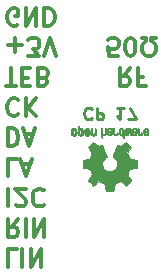
<source format=gbo>
G04 #@! TF.FileFunction,Legend,Bot*
%FSLAX46Y46*%
G04 Gerber Fmt 4.6, Leading zero omitted, Abs format (unit mm)*
G04 Created by KiCad (PCBNEW 4.0.6-e0-6349~52~ubuntu16.10.1) date Wed May  3 13:22:09 2017*
%MOMM*%
%LPD*%
G01*
G04 APERTURE LIST*
%ADD10C,0.100000*%
%ADD11C,0.250000*%
%ADD12C,0.300000*%
%ADD13C,0.010000*%
G04 APERTURE END LIST*
D10*
D11*
X130726191Y-92742857D02*
X130678572Y-92695238D01*
X130535715Y-92647619D01*
X130440477Y-92647619D01*
X130297619Y-92695238D01*
X130202381Y-92790476D01*
X130154762Y-92885714D01*
X130107143Y-93076190D01*
X130107143Y-93219048D01*
X130154762Y-93409524D01*
X130202381Y-93504762D01*
X130297619Y-93600000D01*
X130440477Y-93647619D01*
X130535715Y-93647619D01*
X130678572Y-93600000D01*
X130726191Y-93552381D01*
X131154762Y-92647619D02*
X131154762Y-93647619D01*
X131535715Y-93647619D01*
X131630953Y-93600000D01*
X131678572Y-93552381D01*
X131726191Y-93457143D01*
X131726191Y-93314286D01*
X131678572Y-93219048D01*
X131630953Y-93171429D01*
X131535715Y-93123810D01*
X131154762Y-93123810D01*
X133440477Y-92647619D02*
X132869048Y-92647619D01*
X133154762Y-92647619D02*
X133154762Y-93647619D01*
X133059524Y-93504762D01*
X132964286Y-93409524D01*
X132869048Y-93361905D01*
X133773810Y-93647619D02*
X134440477Y-93647619D01*
X134011905Y-92647619D01*
D12*
X133971429Y-89296429D02*
X133471429Y-90010714D01*
X133114286Y-89296429D02*
X133114286Y-90796429D01*
X133685714Y-90796429D01*
X133828572Y-90725000D01*
X133900000Y-90653571D01*
X133971429Y-90510714D01*
X133971429Y-90296429D01*
X133900000Y-90153571D01*
X133828572Y-90082143D01*
X133685714Y-90010714D01*
X133114286Y-90010714D01*
X135114286Y-90082143D02*
X134614286Y-90082143D01*
X134614286Y-89296429D02*
X134614286Y-90796429D01*
X135328572Y-90796429D01*
X132935715Y-88246429D02*
X132221429Y-88246429D01*
X132150000Y-87532143D01*
X132221429Y-87603571D01*
X132364286Y-87675000D01*
X132721429Y-87675000D01*
X132864286Y-87603571D01*
X132935715Y-87532143D01*
X133007143Y-87389286D01*
X133007143Y-87032143D01*
X132935715Y-86889286D01*
X132864286Y-86817857D01*
X132721429Y-86746429D01*
X132364286Y-86746429D01*
X132221429Y-86817857D01*
X132150000Y-86889286D01*
X133935714Y-88246429D02*
X134078571Y-88246429D01*
X134221428Y-88175000D01*
X134292857Y-88103571D01*
X134364286Y-87960714D01*
X134435714Y-87675000D01*
X134435714Y-87317857D01*
X134364286Y-87032143D01*
X134292857Y-86889286D01*
X134221428Y-86817857D01*
X134078571Y-86746429D01*
X133935714Y-86746429D01*
X133792857Y-86817857D01*
X133721428Y-86889286D01*
X133650000Y-87032143D01*
X133578571Y-87317857D01*
X133578571Y-87675000D01*
X133650000Y-87960714D01*
X133721428Y-88103571D01*
X133792857Y-88175000D01*
X133935714Y-88246429D01*
X135007142Y-86746429D02*
X135364285Y-86746429D01*
X135364285Y-87032143D01*
X135221428Y-87103571D01*
X135078571Y-87246429D01*
X135007142Y-87460714D01*
X135007142Y-87817857D01*
X135078571Y-88032143D01*
X135221428Y-88175000D01*
X135435714Y-88246429D01*
X135721428Y-88246429D01*
X135935714Y-88175000D01*
X136078571Y-88032143D01*
X136149999Y-87817857D01*
X136149999Y-87460714D01*
X136078571Y-87246429D01*
X135935714Y-87103571D01*
X135792857Y-87032143D01*
X135792857Y-86746429D01*
X136149999Y-86746429D01*
X124371429Y-104621429D02*
X123657143Y-104621429D01*
X123657143Y-106121429D01*
X124871429Y-104621429D02*
X124871429Y-106121429D01*
X125585715Y-104621429D02*
X125585715Y-106121429D01*
X126442858Y-104621429D01*
X126442858Y-106121429D01*
X124514286Y-102071429D02*
X124014286Y-102785714D01*
X123657143Y-102071429D02*
X123657143Y-103571429D01*
X124228571Y-103571429D01*
X124371429Y-103500000D01*
X124442857Y-103428571D01*
X124514286Y-103285714D01*
X124514286Y-103071429D01*
X124442857Y-102928571D01*
X124371429Y-102857143D01*
X124228571Y-102785714D01*
X123657143Y-102785714D01*
X125157143Y-102071429D02*
X125157143Y-103571429D01*
X125871429Y-102071429D02*
X125871429Y-103571429D01*
X126728572Y-102071429D01*
X126728572Y-103571429D01*
X123657143Y-99521429D02*
X123657143Y-101021429D01*
X124300000Y-100878571D02*
X124371429Y-100950000D01*
X124514286Y-101021429D01*
X124871429Y-101021429D01*
X125014286Y-100950000D01*
X125085715Y-100878571D01*
X125157143Y-100735714D01*
X125157143Y-100592857D01*
X125085715Y-100378571D01*
X124228572Y-99521429D01*
X125157143Y-99521429D01*
X126657143Y-99664286D02*
X126585714Y-99592857D01*
X126371428Y-99521429D01*
X126228571Y-99521429D01*
X126014286Y-99592857D01*
X125871428Y-99735714D01*
X125800000Y-99878571D01*
X125728571Y-100164286D01*
X125728571Y-100378571D01*
X125800000Y-100664286D01*
X125871428Y-100807143D01*
X126014286Y-100950000D01*
X126228571Y-101021429D01*
X126371428Y-101021429D01*
X126585714Y-100950000D01*
X126657143Y-100878571D01*
X124371429Y-96971429D02*
X123657143Y-96971429D01*
X123657143Y-98471429D01*
X124800000Y-97400000D02*
X125514286Y-97400000D01*
X124657143Y-96971429D02*
X125157143Y-98471429D01*
X125657143Y-96971429D01*
X123657143Y-94421429D02*
X123657143Y-95921429D01*
X124014286Y-95921429D01*
X124228571Y-95850000D01*
X124371429Y-95707143D01*
X124442857Y-95564286D01*
X124514286Y-95278571D01*
X124514286Y-95064286D01*
X124442857Y-94778571D01*
X124371429Y-94635714D01*
X124228571Y-94492857D01*
X124014286Y-94421429D01*
X123657143Y-94421429D01*
X125085714Y-94850000D02*
X125800000Y-94850000D01*
X124942857Y-94421429D02*
X125442857Y-95921429D01*
X125942857Y-94421429D01*
X124514286Y-92014286D02*
X124442857Y-91942857D01*
X124228571Y-91871429D01*
X124085714Y-91871429D01*
X123871429Y-91942857D01*
X123728571Y-92085714D01*
X123657143Y-92228571D01*
X123585714Y-92514286D01*
X123585714Y-92728571D01*
X123657143Y-93014286D01*
X123728571Y-93157143D01*
X123871429Y-93300000D01*
X124085714Y-93371429D01*
X124228571Y-93371429D01*
X124442857Y-93300000D01*
X124514286Y-93228571D01*
X125157143Y-91871429D02*
X125157143Y-93371429D01*
X126014286Y-91871429D02*
X125371429Y-92728571D01*
X126014286Y-93371429D02*
X125157143Y-92514286D01*
X123442857Y-90821429D02*
X124300000Y-90821429D01*
X123871429Y-89321429D02*
X123871429Y-90821429D01*
X124800000Y-90107143D02*
X125300000Y-90107143D01*
X125514286Y-89321429D02*
X124800000Y-89321429D01*
X124800000Y-90821429D01*
X125514286Y-90821429D01*
X126657143Y-90107143D02*
X126871429Y-90035714D01*
X126942857Y-89964286D01*
X127014286Y-89821429D01*
X127014286Y-89607143D01*
X126942857Y-89464286D01*
X126871429Y-89392857D01*
X126728571Y-89321429D01*
X126157143Y-89321429D01*
X126157143Y-90821429D01*
X126657143Y-90821429D01*
X126800000Y-90750000D01*
X126871429Y-90678571D01*
X126942857Y-90535714D01*
X126942857Y-90392857D01*
X126871429Y-90250000D01*
X126800000Y-90178571D01*
X126657143Y-90107143D01*
X126157143Y-90107143D01*
X123657143Y-87342857D02*
X124800000Y-87342857D01*
X124228571Y-86771429D02*
X124228571Y-87914286D01*
X125371429Y-88271429D02*
X126300000Y-88271429D01*
X125800000Y-87700000D01*
X126014286Y-87700000D01*
X126157143Y-87628571D01*
X126228572Y-87557143D01*
X126300000Y-87414286D01*
X126300000Y-87057143D01*
X126228572Y-86914286D01*
X126157143Y-86842857D01*
X126014286Y-86771429D01*
X125585714Y-86771429D01*
X125442857Y-86842857D01*
X125371429Y-86914286D01*
X126728571Y-88271429D02*
X127228571Y-86771429D01*
X127728571Y-88271429D01*
X124442857Y-85650000D02*
X124300000Y-85721429D01*
X124085714Y-85721429D01*
X123871429Y-85650000D01*
X123728571Y-85507143D01*
X123657143Y-85364286D01*
X123585714Y-85078571D01*
X123585714Y-84864286D01*
X123657143Y-84578571D01*
X123728571Y-84435714D01*
X123871429Y-84292857D01*
X124085714Y-84221429D01*
X124228571Y-84221429D01*
X124442857Y-84292857D01*
X124514286Y-84364286D01*
X124514286Y-84864286D01*
X124228571Y-84864286D01*
X125157143Y-84221429D02*
X125157143Y-85721429D01*
X126014286Y-84221429D01*
X126014286Y-85721429D01*
X126728572Y-84221429D02*
X126728572Y-85721429D01*
X127085715Y-85721429D01*
X127300000Y-85650000D01*
X127442858Y-85507143D01*
X127514286Y-85364286D01*
X127585715Y-85078571D01*
X127585715Y-84864286D01*
X127514286Y-84578571D01*
X127442858Y-84435714D01*
X127300000Y-84292857D01*
X127085715Y-84221429D01*
X126728572Y-84221429D01*
D13*
G36*
X129849744Y-95030082D02*
X129905201Y-95002432D01*
X129954148Y-94951520D01*
X129967629Y-94932662D01*
X129982314Y-94907985D01*
X129991842Y-94881184D01*
X129997293Y-94845413D01*
X129999747Y-94793831D01*
X130000286Y-94725733D01*
X129997852Y-94632412D01*
X129989394Y-94562343D01*
X129973174Y-94510069D01*
X129947454Y-94470131D01*
X129910497Y-94437071D01*
X129907782Y-94435114D01*
X129871360Y-94415092D01*
X129827502Y-94405185D01*
X129771724Y-94402743D01*
X129681048Y-94402743D01*
X129681010Y-94314717D01*
X129680166Y-94265692D01*
X129675024Y-94236935D01*
X129661587Y-94219689D01*
X129635858Y-94205192D01*
X129629679Y-94202231D01*
X129600764Y-94188352D01*
X129578376Y-94179586D01*
X129561729Y-94178829D01*
X129550036Y-94188977D01*
X129542510Y-94212927D01*
X129538366Y-94253574D01*
X129536815Y-94313814D01*
X129537071Y-94396545D01*
X129538349Y-94504661D01*
X129538748Y-94537000D01*
X129540185Y-94648476D01*
X129541472Y-94721397D01*
X129680971Y-94721397D01*
X129681755Y-94659501D01*
X129685240Y-94619003D01*
X129693124Y-94592292D01*
X129707105Y-94571756D01*
X129716597Y-94561740D01*
X129755404Y-94532433D01*
X129789763Y-94530048D01*
X129825216Y-94554250D01*
X129826114Y-94555143D01*
X129840539Y-94573847D01*
X129849313Y-94599268D01*
X129853739Y-94638416D01*
X129855118Y-94698303D01*
X129855143Y-94711570D01*
X129851812Y-94794099D01*
X129840969Y-94851309D01*
X129821340Y-94886234D01*
X129791650Y-94901906D01*
X129774491Y-94903486D01*
X129733766Y-94896074D01*
X129705832Y-94871670D01*
X129689017Y-94827020D01*
X129681650Y-94758870D01*
X129680971Y-94721397D01*
X129541472Y-94721397D01*
X129541708Y-94734755D01*
X129543677Y-94799667D01*
X129546450Y-94847042D01*
X129550388Y-94880710D01*
X129555849Y-94904502D01*
X129563192Y-94922247D01*
X129572777Y-94937776D01*
X129576887Y-94943619D01*
X129631405Y-94998815D01*
X129700336Y-95030110D01*
X129780072Y-95038835D01*
X129849744Y-95030082D01*
X129849744Y-95030082D01*
G37*
X129849744Y-95030082D02*
X129905201Y-95002432D01*
X129954148Y-94951520D01*
X129967629Y-94932662D01*
X129982314Y-94907985D01*
X129991842Y-94881184D01*
X129997293Y-94845413D01*
X129999747Y-94793831D01*
X130000286Y-94725733D01*
X129997852Y-94632412D01*
X129989394Y-94562343D01*
X129973174Y-94510069D01*
X129947454Y-94470131D01*
X129910497Y-94437071D01*
X129907782Y-94435114D01*
X129871360Y-94415092D01*
X129827502Y-94405185D01*
X129771724Y-94402743D01*
X129681048Y-94402743D01*
X129681010Y-94314717D01*
X129680166Y-94265692D01*
X129675024Y-94236935D01*
X129661587Y-94219689D01*
X129635858Y-94205192D01*
X129629679Y-94202231D01*
X129600764Y-94188352D01*
X129578376Y-94179586D01*
X129561729Y-94178829D01*
X129550036Y-94188977D01*
X129542510Y-94212927D01*
X129538366Y-94253574D01*
X129536815Y-94313814D01*
X129537071Y-94396545D01*
X129538349Y-94504661D01*
X129538748Y-94537000D01*
X129540185Y-94648476D01*
X129541472Y-94721397D01*
X129680971Y-94721397D01*
X129681755Y-94659501D01*
X129685240Y-94619003D01*
X129693124Y-94592292D01*
X129707105Y-94571756D01*
X129716597Y-94561740D01*
X129755404Y-94532433D01*
X129789763Y-94530048D01*
X129825216Y-94554250D01*
X129826114Y-94555143D01*
X129840539Y-94573847D01*
X129849313Y-94599268D01*
X129853739Y-94638416D01*
X129855118Y-94698303D01*
X129855143Y-94711570D01*
X129851812Y-94794099D01*
X129840969Y-94851309D01*
X129821340Y-94886234D01*
X129791650Y-94901906D01*
X129774491Y-94903486D01*
X129733766Y-94896074D01*
X129705832Y-94871670D01*
X129689017Y-94827020D01*
X129681650Y-94758870D01*
X129680971Y-94721397D01*
X129541472Y-94721397D01*
X129541708Y-94734755D01*
X129543677Y-94799667D01*
X129546450Y-94847042D01*
X129550388Y-94880710D01*
X129555849Y-94904502D01*
X129563192Y-94922247D01*
X129572777Y-94937776D01*
X129576887Y-94943619D01*
X129631405Y-94998815D01*
X129700336Y-95030110D01*
X129780072Y-95038835D01*
X129849744Y-95030082D01*
G36*
X130966093Y-95022220D02*
X131012672Y-94995277D01*
X131045057Y-94968534D01*
X131068742Y-94940516D01*
X131085059Y-94906252D01*
X131095339Y-94860773D01*
X131100914Y-94799108D01*
X131103116Y-94716289D01*
X131103371Y-94656754D01*
X131103371Y-94437609D01*
X131041686Y-94409956D01*
X130980000Y-94382303D01*
X130972743Y-94622330D01*
X130969744Y-94711972D01*
X130966598Y-94777038D01*
X130962701Y-94821974D01*
X130957447Y-94851230D01*
X130950231Y-94869252D01*
X130940450Y-94880489D01*
X130937312Y-94882921D01*
X130889761Y-94901917D01*
X130841697Y-94894400D01*
X130813086Y-94874457D01*
X130801447Y-94860325D01*
X130793391Y-94841780D01*
X130788271Y-94813666D01*
X130785441Y-94770827D01*
X130784256Y-94708105D01*
X130784057Y-94642739D01*
X130784018Y-94560732D01*
X130782614Y-94502684D01*
X130777914Y-94463535D01*
X130767987Y-94438220D01*
X130750903Y-94421677D01*
X130724732Y-94408844D01*
X130689775Y-94395509D01*
X130651596Y-94380993D01*
X130656141Y-94638611D01*
X130657971Y-94731481D01*
X130660112Y-94800111D01*
X130663181Y-94849289D01*
X130667794Y-94883802D01*
X130674568Y-94908438D01*
X130684119Y-94927984D01*
X130695634Y-94945230D01*
X130751190Y-95000320D01*
X130818980Y-95032178D01*
X130892713Y-95039809D01*
X130966093Y-95022220D01*
X130966093Y-95022220D01*
G37*
X130966093Y-95022220D02*
X131012672Y-94995277D01*
X131045057Y-94968534D01*
X131068742Y-94940516D01*
X131085059Y-94906252D01*
X131095339Y-94860773D01*
X131100914Y-94799108D01*
X131103116Y-94716289D01*
X131103371Y-94656754D01*
X131103371Y-94437609D01*
X131041686Y-94409956D01*
X130980000Y-94382303D01*
X130972743Y-94622330D01*
X130969744Y-94711972D01*
X130966598Y-94777038D01*
X130962701Y-94821974D01*
X130957447Y-94851230D01*
X130950231Y-94869252D01*
X130940450Y-94880489D01*
X130937312Y-94882921D01*
X130889761Y-94901917D01*
X130841697Y-94894400D01*
X130813086Y-94874457D01*
X130801447Y-94860325D01*
X130793391Y-94841780D01*
X130788271Y-94813666D01*
X130785441Y-94770827D01*
X130784256Y-94708105D01*
X130784057Y-94642739D01*
X130784018Y-94560732D01*
X130782614Y-94502684D01*
X130777914Y-94463535D01*
X130767987Y-94438220D01*
X130750903Y-94421677D01*
X130724732Y-94408844D01*
X130689775Y-94395509D01*
X130651596Y-94380993D01*
X130656141Y-94638611D01*
X130657971Y-94731481D01*
X130660112Y-94800111D01*
X130663181Y-94849289D01*
X130667794Y-94883802D01*
X130674568Y-94908438D01*
X130684119Y-94927984D01*
X130695634Y-94945230D01*
X130751190Y-95000320D01*
X130818980Y-95032178D01*
X130892713Y-95039809D01*
X130966093Y-95022220D01*
G36*
X129291115Y-95028038D02*
X129359145Y-94992267D01*
X129409351Y-94934699D01*
X129427185Y-94897688D01*
X129441063Y-94842118D01*
X129448167Y-94771904D01*
X129448840Y-94695273D01*
X129443427Y-94620448D01*
X129432270Y-94555658D01*
X129415714Y-94509127D01*
X129410626Y-94501113D01*
X129350355Y-94441293D01*
X129278769Y-94405465D01*
X129201092Y-94394980D01*
X129122548Y-94411190D01*
X129100689Y-94420908D01*
X129058122Y-94450857D01*
X129020763Y-94490567D01*
X129017232Y-94495603D01*
X129002881Y-94519876D01*
X128993394Y-94545822D01*
X128987790Y-94579978D01*
X128985086Y-94628881D01*
X128984299Y-94699065D01*
X128984286Y-94714800D01*
X128984322Y-94719808D01*
X129129429Y-94719808D01*
X129130273Y-94653570D01*
X129133596Y-94609614D01*
X129140583Y-94581221D01*
X129152416Y-94561675D01*
X129158457Y-94555143D01*
X129193186Y-94530320D01*
X129226903Y-94531452D01*
X129260995Y-94552984D01*
X129281329Y-94575971D01*
X129293371Y-94609522D01*
X129300134Y-94662431D01*
X129300598Y-94668601D01*
X129301752Y-94764487D01*
X129289688Y-94835701D01*
X129264570Y-94881806D01*
X129226560Y-94902365D01*
X129212992Y-94903486D01*
X129177364Y-94897848D01*
X129152994Y-94878314D01*
X129138093Y-94840958D01*
X129130875Y-94781850D01*
X129129429Y-94719808D01*
X128984322Y-94719808D01*
X128984826Y-94789587D01*
X128987096Y-94841841D01*
X128992068Y-94878051D01*
X129000713Y-94904701D01*
X129014005Y-94928278D01*
X129016943Y-94932662D01*
X129066313Y-94991751D01*
X129120109Y-95026053D01*
X129185602Y-95039669D01*
X129207842Y-95040335D01*
X129291115Y-95028038D01*
X129291115Y-95028038D01*
G37*
X129291115Y-95028038D02*
X129359145Y-94992267D01*
X129409351Y-94934699D01*
X129427185Y-94897688D01*
X129441063Y-94842118D01*
X129448167Y-94771904D01*
X129448840Y-94695273D01*
X129443427Y-94620448D01*
X129432270Y-94555658D01*
X129415714Y-94509127D01*
X129410626Y-94501113D01*
X129350355Y-94441293D01*
X129278769Y-94405465D01*
X129201092Y-94394980D01*
X129122548Y-94411190D01*
X129100689Y-94420908D01*
X129058122Y-94450857D01*
X129020763Y-94490567D01*
X129017232Y-94495603D01*
X129002881Y-94519876D01*
X128993394Y-94545822D01*
X128987790Y-94579978D01*
X128985086Y-94628881D01*
X128984299Y-94699065D01*
X128984286Y-94714800D01*
X128984322Y-94719808D01*
X129129429Y-94719808D01*
X129130273Y-94653570D01*
X129133596Y-94609614D01*
X129140583Y-94581221D01*
X129152416Y-94561675D01*
X129158457Y-94555143D01*
X129193186Y-94530320D01*
X129226903Y-94531452D01*
X129260995Y-94552984D01*
X129281329Y-94575971D01*
X129293371Y-94609522D01*
X129300134Y-94662431D01*
X129300598Y-94668601D01*
X129301752Y-94764487D01*
X129289688Y-94835701D01*
X129264570Y-94881806D01*
X129226560Y-94902365D01*
X129212992Y-94903486D01*
X129177364Y-94897848D01*
X129152994Y-94878314D01*
X129138093Y-94840958D01*
X129130875Y-94781850D01*
X129129429Y-94719808D01*
X128984322Y-94719808D01*
X128984826Y-94789587D01*
X128987096Y-94841841D01*
X128992068Y-94878051D01*
X129000713Y-94904701D01*
X129014005Y-94928278D01*
X129016943Y-94932662D01*
X129066313Y-94991751D01*
X129120109Y-95026053D01*
X129185602Y-95039669D01*
X129207842Y-95040335D01*
X129291115Y-95028038D01*
G36*
X130418303Y-95018761D02*
X130475527Y-94980265D01*
X130519749Y-94924665D01*
X130546167Y-94853914D01*
X130551510Y-94801838D01*
X130550903Y-94780107D01*
X130545822Y-94763469D01*
X130531855Y-94748563D01*
X130504589Y-94732027D01*
X130459612Y-94710502D01*
X130392511Y-94680626D01*
X130392171Y-94680476D01*
X130330407Y-94652187D01*
X130279759Y-94627067D01*
X130245404Y-94607821D01*
X130232518Y-94597152D01*
X130232514Y-94597066D01*
X130243872Y-94573834D01*
X130270431Y-94548226D01*
X130300923Y-94529779D01*
X130316370Y-94526114D01*
X130358515Y-94538788D01*
X130394808Y-94570529D01*
X130412517Y-94605428D01*
X130429552Y-94631155D01*
X130462922Y-94660454D01*
X130502149Y-94685765D01*
X130536756Y-94699529D01*
X130543993Y-94700286D01*
X130552139Y-94687840D01*
X130552630Y-94656028D01*
X130546643Y-94613134D01*
X130535357Y-94567442D01*
X130519950Y-94527239D01*
X130519171Y-94525678D01*
X130472804Y-94460938D01*
X130412711Y-94416903D01*
X130344465Y-94395289D01*
X130273638Y-94397815D01*
X130205804Y-94426196D01*
X130202788Y-94428192D01*
X130149427Y-94476552D01*
X130114340Y-94539648D01*
X130094922Y-94622613D01*
X130092316Y-94645922D01*
X130087701Y-94755945D01*
X130093233Y-94807252D01*
X130232514Y-94807252D01*
X130234324Y-94775247D01*
X130244222Y-94765907D01*
X130268898Y-94772895D01*
X130307795Y-94789413D01*
X130351275Y-94810119D01*
X130352356Y-94810667D01*
X130389209Y-94830051D01*
X130404000Y-94842987D01*
X130400353Y-94856549D01*
X130384995Y-94874368D01*
X130345923Y-94900155D01*
X130303846Y-94902050D01*
X130266103Y-94883283D01*
X130240034Y-94847085D01*
X130232514Y-94807252D01*
X130093233Y-94807252D01*
X130097194Y-94843973D01*
X130121550Y-94913788D01*
X130155456Y-94962698D01*
X130216653Y-95012122D01*
X130284063Y-95036641D01*
X130352880Y-95038203D01*
X130418303Y-95018761D01*
X130418303Y-95018761D01*
G37*
X130418303Y-95018761D02*
X130475527Y-94980265D01*
X130519749Y-94924665D01*
X130546167Y-94853914D01*
X130551510Y-94801838D01*
X130550903Y-94780107D01*
X130545822Y-94763469D01*
X130531855Y-94748563D01*
X130504589Y-94732027D01*
X130459612Y-94710502D01*
X130392511Y-94680626D01*
X130392171Y-94680476D01*
X130330407Y-94652187D01*
X130279759Y-94627067D01*
X130245404Y-94607821D01*
X130232518Y-94597152D01*
X130232514Y-94597066D01*
X130243872Y-94573834D01*
X130270431Y-94548226D01*
X130300923Y-94529779D01*
X130316370Y-94526114D01*
X130358515Y-94538788D01*
X130394808Y-94570529D01*
X130412517Y-94605428D01*
X130429552Y-94631155D01*
X130462922Y-94660454D01*
X130502149Y-94685765D01*
X130536756Y-94699529D01*
X130543993Y-94700286D01*
X130552139Y-94687840D01*
X130552630Y-94656028D01*
X130546643Y-94613134D01*
X130535357Y-94567442D01*
X130519950Y-94527239D01*
X130519171Y-94525678D01*
X130472804Y-94460938D01*
X130412711Y-94416903D01*
X130344465Y-94395289D01*
X130273638Y-94397815D01*
X130205804Y-94426196D01*
X130202788Y-94428192D01*
X130149427Y-94476552D01*
X130114340Y-94539648D01*
X130094922Y-94622613D01*
X130092316Y-94645922D01*
X130087701Y-94755945D01*
X130093233Y-94807252D01*
X130232514Y-94807252D01*
X130234324Y-94775247D01*
X130244222Y-94765907D01*
X130268898Y-94772895D01*
X130307795Y-94789413D01*
X130351275Y-94810119D01*
X130352356Y-94810667D01*
X130389209Y-94830051D01*
X130404000Y-94842987D01*
X130400353Y-94856549D01*
X130384995Y-94874368D01*
X130345923Y-94900155D01*
X130303846Y-94902050D01*
X130266103Y-94883283D01*
X130240034Y-94847085D01*
X130232514Y-94807252D01*
X130093233Y-94807252D01*
X130097194Y-94843973D01*
X130121550Y-94913788D01*
X130155456Y-94962698D01*
X130216653Y-95012122D01*
X130284063Y-95036641D01*
X130352880Y-95038203D01*
X130418303Y-95018761D01*
G36*
X131625886Y-95098711D02*
X131630139Y-95039387D01*
X131635025Y-95004428D01*
X131641795Y-94989180D01*
X131651702Y-94988985D01*
X131654914Y-94990805D01*
X131697644Y-95003985D01*
X131753227Y-95003215D01*
X131809737Y-94989667D01*
X131845082Y-94972139D01*
X131881321Y-94944139D01*
X131907813Y-94912451D01*
X131925999Y-94872187D01*
X131937322Y-94818457D01*
X131943222Y-94746374D01*
X131945143Y-94651049D01*
X131945177Y-94632763D01*
X131945200Y-94427354D01*
X131899491Y-94411420D01*
X131867027Y-94400580D01*
X131849215Y-94395532D01*
X131848691Y-94395486D01*
X131846937Y-94409172D01*
X131845444Y-94446924D01*
X131844326Y-94503776D01*
X131843697Y-94574766D01*
X131843600Y-94617927D01*
X131843398Y-94703027D01*
X131842358Y-94764019D01*
X131839831Y-94805823D01*
X131835164Y-94833358D01*
X131827707Y-94851544D01*
X131816811Y-94865302D01*
X131810007Y-94871927D01*
X131763272Y-94898625D01*
X131712272Y-94900625D01*
X131666001Y-94878045D01*
X131657444Y-94869893D01*
X131644893Y-94854564D01*
X131636188Y-94836382D01*
X131630631Y-94810091D01*
X131627526Y-94770438D01*
X131626176Y-94712168D01*
X131625886Y-94631827D01*
X131625886Y-94427354D01*
X131580177Y-94411420D01*
X131547713Y-94400580D01*
X131529901Y-94395532D01*
X131529377Y-94395486D01*
X131528037Y-94409377D01*
X131526828Y-94448561D01*
X131525801Y-94509300D01*
X131525002Y-94587859D01*
X131524481Y-94680502D01*
X131524286Y-94783491D01*
X131524286Y-95180658D01*
X131571457Y-95200556D01*
X131618629Y-95220453D01*
X131625886Y-95098711D01*
X131625886Y-95098711D01*
G37*
X131625886Y-95098711D02*
X131630139Y-95039387D01*
X131635025Y-95004428D01*
X131641795Y-94989180D01*
X131651702Y-94988985D01*
X131654914Y-94990805D01*
X131697644Y-95003985D01*
X131753227Y-95003215D01*
X131809737Y-94989667D01*
X131845082Y-94972139D01*
X131881321Y-94944139D01*
X131907813Y-94912451D01*
X131925999Y-94872187D01*
X131937322Y-94818457D01*
X131943222Y-94746374D01*
X131945143Y-94651049D01*
X131945177Y-94632763D01*
X131945200Y-94427354D01*
X131899491Y-94411420D01*
X131867027Y-94400580D01*
X131849215Y-94395532D01*
X131848691Y-94395486D01*
X131846937Y-94409172D01*
X131845444Y-94446924D01*
X131844326Y-94503776D01*
X131843697Y-94574766D01*
X131843600Y-94617927D01*
X131843398Y-94703027D01*
X131842358Y-94764019D01*
X131839831Y-94805823D01*
X131835164Y-94833358D01*
X131827707Y-94851544D01*
X131816811Y-94865302D01*
X131810007Y-94871927D01*
X131763272Y-94898625D01*
X131712272Y-94900625D01*
X131666001Y-94878045D01*
X131657444Y-94869893D01*
X131644893Y-94854564D01*
X131636188Y-94836382D01*
X131630631Y-94810091D01*
X131627526Y-94770438D01*
X131626176Y-94712168D01*
X131625886Y-94631827D01*
X131625886Y-94427354D01*
X131580177Y-94411420D01*
X131547713Y-94400580D01*
X131529901Y-94395532D01*
X131529377Y-94395486D01*
X131528037Y-94409377D01*
X131526828Y-94448561D01*
X131525801Y-94509300D01*
X131525002Y-94587859D01*
X131524481Y-94680502D01*
X131524286Y-94783491D01*
X131524286Y-95180658D01*
X131571457Y-95200556D01*
X131618629Y-95220453D01*
X131625886Y-95098711D01*
G36*
X132289744Y-94999032D02*
X132346616Y-94977913D01*
X132347267Y-94977507D01*
X132382440Y-94951620D01*
X132408407Y-94921367D01*
X132426670Y-94881942D01*
X132438732Y-94828538D01*
X132446096Y-94756349D01*
X132450264Y-94660568D01*
X132450629Y-94646922D01*
X132455876Y-94441158D01*
X132411716Y-94418322D01*
X132379763Y-94402890D01*
X132360470Y-94395577D01*
X132359578Y-94395486D01*
X132356239Y-94408978D01*
X132353587Y-94445374D01*
X132351956Y-94498548D01*
X132351600Y-94541607D01*
X132351592Y-94611359D01*
X132348403Y-94655163D01*
X132337288Y-94676056D01*
X132313501Y-94677075D01*
X132272296Y-94661259D01*
X132210086Y-94632185D01*
X132164341Y-94608037D01*
X132140813Y-94587087D01*
X132133896Y-94564253D01*
X132133886Y-94563123D01*
X132145299Y-94523788D01*
X132179092Y-94502538D01*
X132230809Y-94499461D01*
X132268061Y-94499994D01*
X132287703Y-94489265D01*
X132299952Y-94463495D01*
X132307002Y-94430663D01*
X132296842Y-94412034D01*
X132293017Y-94409368D01*
X132257001Y-94398660D01*
X132206566Y-94397144D01*
X132154626Y-94404241D01*
X132117822Y-94417212D01*
X132066938Y-94460415D01*
X132038014Y-94520554D01*
X132032286Y-94567538D01*
X132036657Y-94609918D01*
X132052475Y-94644512D01*
X132083797Y-94675237D01*
X132134678Y-94706010D01*
X132209176Y-94740748D01*
X132213714Y-94742712D01*
X132280821Y-94773713D01*
X132322232Y-94799138D01*
X132339981Y-94821986D01*
X132336107Y-94845255D01*
X132312643Y-94871944D01*
X132305627Y-94878086D01*
X132258630Y-94901900D01*
X132209933Y-94900897D01*
X132167522Y-94877549D01*
X132139384Y-94834325D01*
X132136769Y-94825840D01*
X132111308Y-94784692D01*
X132079001Y-94764872D01*
X132032286Y-94745230D01*
X132032286Y-94796050D01*
X132046496Y-94869918D01*
X132088675Y-94937673D01*
X132110624Y-94960339D01*
X132160517Y-94989431D01*
X132223967Y-95002600D01*
X132289744Y-94999032D01*
X132289744Y-94999032D01*
G37*
X132289744Y-94999032D02*
X132346616Y-94977913D01*
X132347267Y-94977507D01*
X132382440Y-94951620D01*
X132408407Y-94921367D01*
X132426670Y-94881942D01*
X132438732Y-94828538D01*
X132446096Y-94756349D01*
X132450264Y-94660568D01*
X132450629Y-94646922D01*
X132455876Y-94441158D01*
X132411716Y-94418322D01*
X132379763Y-94402890D01*
X132360470Y-94395577D01*
X132359578Y-94395486D01*
X132356239Y-94408978D01*
X132353587Y-94445374D01*
X132351956Y-94498548D01*
X132351600Y-94541607D01*
X132351592Y-94611359D01*
X132348403Y-94655163D01*
X132337288Y-94676056D01*
X132313501Y-94677075D01*
X132272296Y-94661259D01*
X132210086Y-94632185D01*
X132164341Y-94608037D01*
X132140813Y-94587087D01*
X132133896Y-94564253D01*
X132133886Y-94563123D01*
X132145299Y-94523788D01*
X132179092Y-94502538D01*
X132230809Y-94499461D01*
X132268061Y-94499994D01*
X132287703Y-94489265D01*
X132299952Y-94463495D01*
X132307002Y-94430663D01*
X132296842Y-94412034D01*
X132293017Y-94409368D01*
X132257001Y-94398660D01*
X132206566Y-94397144D01*
X132154626Y-94404241D01*
X132117822Y-94417212D01*
X132066938Y-94460415D01*
X132038014Y-94520554D01*
X132032286Y-94567538D01*
X132036657Y-94609918D01*
X132052475Y-94644512D01*
X132083797Y-94675237D01*
X132134678Y-94706010D01*
X132209176Y-94740748D01*
X132213714Y-94742712D01*
X132280821Y-94773713D01*
X132322232Y-94799138D01*
X132339981Y-94821986D01*
X132336107Y-94845255D01*
X132312643Y-94871944D01*
X132305627Y-94878086D01*
X132258630Y-94901900D01*
X132209933Y-94900897D01*
X132167522Y-94877549D01*
X132139384Y-94834325D01*
X132136769Y-94825840D01*
X132111308Y-94784692D01*
X132079001Y-94764872D01*
X132032286Y-94745230D01*
X132032286Y-94796050D01*
X132046496Y-94869918D01*
X132088675Y-94937673D01*
X132110624Y-94960339D01*
X132160517Y-94989431D01*
X132223967Y-95002600D01*
X132289744Y-94999032D01*
G36*
X132779926Y-95000245D02*
X132845858Y-94975916D01*
X132899273Y-94932883D01*
X132920164Y-94902591D01*
X132942939Y-94847006D01*
X132942466Y-94806814D01*
X132918562Y-94779783D01*
X132909717Y-94775187D01*
X132871530Y-94760856D01*
X132852028Y-94764528D01*
X132845422Y-94788593D01*
X132845086Y-94801886D01*
X132832992Y-94850790D01*
X132801471Y-94885001D01*
X132757659Y-94901524D01*
X132708695Y-94897366D01*
X132668894Y-94875773D01*
X132655450Y-94863456D01*
X132645921Y-94848513D01*
X132639485Y-94825925D01*
X132635317Y-94790672D01*
X132632597Y-94737734D01*
X132630502Y-94662093D01*
X132629960Y-94638143D01*
X132627981Y-94556210D01*
X132625731Y-94498545D01*
X132622357Y-94460392D01*
X132617006Y-94436996D01*
X132608824Y-94423602D01*
X132596959Y-94415455D01*
X132589362Y-94411856D01*
X132557102Y-94399548D01*
X132538111Y-94395486D01*
X132531836Y-94409052D01*
X132528006Y-94450066D01*
X132526600Y-94519001D01*
X132527598Y-94616331D01*
X132527908Y-94631343D01*
X132530101Y-94720141D01*
X132532693Y-94784981D01*
X132536382Y-94830933D01*
X132541864Y-94863065D01*
X132549835Y-94886447D01*
X132560993Y-94906148D01*
X132566830Y-94914590D01*
X132600296Y-94951943D01*
X132637727Y-94980997D01*
X132642309Y-94983533D01*
X132709426Y-95003557D01*
X132779926Y-95000245D01*
X132779926Y-95000245D01*
G37*
X132779926Y-95000245D02*
X132845858Y-94975916D01*
X132899273Y-94932883D01*
X132920164Y-94902591D01*
X132942939Y-94847006D01*
X132942466Y-94806814D01*
X132918562Y-94779783D01*
X132909717Y-94775187D01*
X132871530Y-94760856D01*
X132852028Y-94764528D01*
X132845422Y-94788593D01*
X132845086Y-94801886D01*
X132832992Y-94850790D01*
X132801471Y-94885001D01*
X132757659Y-94901524D01*
X132708695Y-94897366D01*
X132668894Y-94875773D01*
X132655450Y-94863456D01*
X132645921Y-94848513D01*
X132639485Y-94825925D01*
X132635317Y-94790672D01*
X132632597Y-94737734D01*
X132630502Y-94662093D01*
X132629960Y-94638143D01*
X132627981Y-94556210D01*
X132625731Y-94498545D01*
X132622357Y-94460392D01*
X132617006Y-94436996D01*
X132608824Y-94423602D01*
X132596959Y-94415455D01*
X132589362Y-94411856D01*
X132557102Y-94399548D01*
X132538111Y-94395486D01*
X132531836Y-94409052D01*
X132528006Y-94450066D01*
X132526600Y-94519001D01*
X132527598Y-94616331D01*
X132527908Y-94631343D01*
X132530101Y-94720141D01*
X132532693Y-94784981D01*
X132536382Y-94830933D01*
X132541864Y-94863065D01*
X132549835Y-94886447D01*
X132560993Y-94906148D01*
X132566830Y-94914590D01*
X132600296Y-94951943D01*
X132637727Y-94980997D01*
X132642309Y-94983533D01*
X132709426Y-95003557D01*
X132779926Y-95000245D01*
G36*
X133440117Y-94884642D02*
X133439933Y-94776163D01*
X133439219Y-94692713D01*
X133437675Y-94630296D01*
X133435001Y-94584915D01*
X133430894Y-94552571D01*
X133425055Y-94529267D01*
X133417182Y-94511005D01*
X133411221Y-94500582D01*
X133361855Y-94444055D01*
X133299264Y-94408623D01*
X133230013Y-94395910D01*
X133160668Y-94407537D01*
X133119375Y-94428432D01*
X133076025Y-94464578D01*
X133046481Y-94508724D01*
X133028655Y-94566538D01*
X133020463Y-94643687D01*
X133019302Y-94700286D01*
X133019458Y-94704353D01*
X133120857Y-94704353D01*
X133121476Y-94639450D01*
X133124314Y-94596486D01*
X133130840Y-94568378D01*
X133142523Y-94548047D01*
X133156483Y-94532712D01*
X133203365Y-94503110D01*
X133253701Y-94500581D01*
X133301276Y-94525295D01*
X133304979Y-94528644D01*
X133320783Y-94546065D01*
X133330693Y-94566791D01*
X133336058Y-94597638D01*
X133338228Y-94645423D01*
X133338571Y-94698252D01*
X133337827Y-94764619D01*
X133334748Y-94808894D01*
X133328061Y-94837991D01*
X133316496Y-94858827D01*
X133307013Y-94869893D01*
X133262960Y-94897802D01*
X133212224Y-94901157D01*
X133163796Y-94879841D01*
X133154450Y-94871927D01*
X133138540Y-94854353D01*
X133128610Y-94833413D01*
X133123278Y-94802218D01*
X133121163Y-94753878D01*
X133120857Y-94704353D01*
X133019458Y-94704353D01*
X133022810Y-94791432D01*
X133034726Y-94859914D01*
X133057135Y-94911400D01*
X133092124Y-94951557D01*
X133119375Y-94972139D01*
X133168907Y-94994375D01*
X133226316Y-95004696D01*
X133279682Y-95001933D01*
X133309543Y-94990788D01*
X133321261Y-94987617D01*
X133329037Y-94999443D01*
X133334465Y-95031134D01*
X133338571Y-95079407D01*
X133343067Y-95133171D01*
X133349313Y-95165518D01*
X133360676Y-95184015D01*
X133380528Y-95196230D01*
X133393000Y-95201638D01*
X133440171Y-95221399D01*
X133440117Y-94884642D01*
X133440117Y-94884642D01*
G37*
X133440117Y-94884642D02*
X133439933Y-94776163D01*
X133439219Y-94692713D01*
X133437675Y-94630296D01*
X133435001Y-94584915D01*
X133430894Y-94552571D01*
X133425055Y-94529267D01*
X133417182Y-94511005D01*
X133411221Y-94500582D01*
X133361855Y-94444055D01*
X133299264Y-94408623D01*
X133230013Y-94395910D01*
X133160668Y-94407537D01*
X133119375Y-94428432D01*
X133076025Y-94464578D01*
X133046481Y-94508724D01*
X133028655Y-94566538D01*
X133020463Y-94643687D01*
X133019302Y-94700286D01*
X133019458Y-94704353D01*
X133120857Y-94704353D01*
X133121476Y-94639450D01*
X133124314Y-94596486D01*
X133130840Y-94568378D01*
X133142523Y-94548047D01*
X133156483Y-94532712D01*
X133203365Y-94503110D01*
X133253701Y-94500581D01*
X133301276Y-94525295D01*
X133304979Y-94528644D01*
X133320783Y-94546065D01*
X133330693Y-94566791D01*
X133336058Y-94597638D01*
X133338228Y-94645423D01*
X133338571Y-94698252D01*
X133337827Y-94764619D01*
X133334748Y-94808894D01*
X133328061Y-94837991D01*
X133316496Y-94858827D01*
X133307013Y-94869893D01*
X133262960Y-94897802D01*
X133212224Y-94901157D01*
X133163796Y-94879841D01*
X133154450Y-94871927D01*
X133138540Y-94854353D01*
X133128610Y-94833413D01*
X133123278Y-94802218D01*
X133121163Y-94753878D01*
X133120857Y-94704353D01*
X133019458Y-94704353D01*
X133022810Y-94791432D01*
X133034726Y-94859914D01*
X133057135Y-94911400D01*
X133092124Y-94951557D01*
X133119375Y-94972139D01*
X133168907Y-94994375D01*
X133226316Y-95004696D01*
X133279682Y-95001933D01*
X133309543Y-94990788D01*
X133321261Y-94987617D01*
X133329037Y-94999443D01*
X133334465Y-95031134D01*
X133338571Y-95079407D01*
X133343067Y-95133171D01*
X133349313Y-95165518D01*
X133360676Y-95184015D01*
X133380528Y-95196230D01*
X133393000Y-95201638D01*
X133440171Y-95221399D01*
X133440117Y-94884642D01*
G36*
X134029833Y-94991337D02*
X134032048Y-94953150D01*
X134033784Y-94895114D01*
X134034899Y-94821820D01*
X134035257Y-94744945D01*
X134035257Y-94484804D01*
X133989326Y-94438873D01*
X133957675Y-94410571D01*
X133929890Y-94399107D01*
X133891915Y-94399832D01*
X133876840Y-94401679D01*
X133829726Y-94407052D01*
X133790756Y-94410131D01*
X133781257Y-94410415D01*
X133749233Y-94408555D01*
X133703432Y-94403886D01*
X133685674Y-94401679D01*
X133642057Y-94398265D01*
X133612745Y-94405680D01*
X133583680Y-94428573D01*
X133573188Y-94438873D01*
X133527257Y-94484804D01*
X133527257Y-94971398D01*
X133564226Y-94988242D01*
X133596059Y-95000718D01*
X133614683Y-95005086D01*
X133619458Y-94991282D01*
X133623921Y-94952714D01*
X133627775Y-94893644D01*
X133630722Y-94818337D01*
X133632143Y-94754714D01*
X133636114Y-94504343D01*
X133670759Y-94499444D01*
X133702268Y-94502869D01*
X133717708Y-94513959D01*
X133722023Y-94534692D01*
X133725708Y-94578855D01*
X133728469Y-94640854D01*
X133730012Y-94715091D01*
X133730235Y-94753294D01*
X133730457Y-94973217D01*
X133776166Y-94989151D01*
X133808518Y-94999985D01*
X133826115Y-95005038D01*
X133826623Y-95005086D01*
X133828388Y-94991352D01*
X133830329Y-94953270D01*
X133832282Y-94895518D01*
X133834084Y-94822773D01*
X133835343Y-94754714D01*
X133839314Y-94504343D01*
X133926400Y-94504343D01*
X133930396Y-94732760D01*
X133934392Y-94961178D01*
X133976847Y-94983132D01*
X134008192Y-94998207D01*
X134026744Y-95005049D01*
X134027279Y-95005086D01*
X134029833Y-94991337D01*
X134029833Y-94991337D01*
G37*
X134029833Y-94991337D02*
X134032048Y-94953150D01*
X134033784Y-94895114D01*
X134034899Y-94821820D01*
X134035257Y-94744945D01*
X134035257Y-94484804D01*
X133989326Y-94438873D01*
X133957675Y-94410571D01*
X133929890Y-94399107D01*
X133891915Y-94399832D01*
X133876840Y-94401679D01*
X133829726Y-94407052D01*
X133790756Y-94410131D01*
X133781257Y-94410415D01*
X133749233Y-94408555D01*
X133703432Y-94403886D01*
X133685674Y-94401679D01*
X133642057Y-94398265D01*
X133612745Y-94405680D01*
X133583680Y-94428573D01*
X133573188Y-94438873D01*
X133527257Y-94484804D01*
X133527257Y-94971398D01*
X133564226Y-94988242D01*
X133596059Y-95000718D01*
X133614683Y-95005086D01*
X133619458Y-94991282D01*
X133623921Y-94952714D01*
X133627775Y-94893644D01*
X133630722Y-94818337D01*
X133632143Y-94754714D01*
X133636114Y-94504343D01*
X133670759Y-94499444D01*
X133702268Y-94502869D01*
X133717708Y-94513959D01*
X133722023Y-94534692D01*
X133725708Y-94578855D01*
X133728469Y-94640854D01*
X133730012Y-94715091D01*
X133730235Y-94753294D01*
X133730457Y-94973217D01*
X133776166Y-94989151D01*
X133808518Y-94999985D01*
X133826115Y-95005038D01*
X133826623Y-95005086D01*
X133828388Y-94991352D01*
X133830329Y-94953270D01*
X133832282Y-94895518D01*
X133834084Y-94822773D01*
X133835343Y-94754714D01*
X133839314Y-94504343D01*
X133926400Y-94504343D01*
X133930396Y-94732760D01*
X133934392Y-94961178D01*
X133976847Y-94983132D01*
X134008192Y-94998207D01*
X134026744Y-95005049D01*
X134027279Y-95005086D01*
X134029833Y-94991337D01*
G36*
X134394876Y-94993665D02*
X134436667Y-94974656D01*
X134469469Y-94951622D01*
X134493503Y-94925867D01*
X134510097Y-94892642D01*
X134520577Y-94847200D01*
X134526271Y-94784793D01*
X134528507Y-94700673D01*
X134528743Y-94645279D01*
X134528743Y-94429174D01*
X134491774Y-94412330D01*
X134462656Y-94400019D01*
X134448231Y-94395486D01*
X134445472Y-94408975D01*
X134443282Y-94445347D01*
X134441942Y-94498458D01*
X134441657Y-94540628D01*
X134440434Y-94601553D01*
X134437136Y-94649885D01*
X134432321Y-94679482D01*
X134428496Y-94685771D01*
X134402783Y-94679348D01*
X134362418Y-94662875D01*
X134315679Y-94640542D01*
X134270845Y-94616543D01*
X134236193Y-94595070D01*
X134220002Y-94580315D01*
X134219938Y-94580155D01*
X134221330Y-94552848D01*
X134233818Y-94526781D01*
X134255743Y-94505608D01*
X134287743Y-94498526D01*
X134315092Y-94499351D01*
X134353826Y-94499958D01*
X134374158Y-94490884D01*
X134386369Y-94466908D01*
X134387909Y-94462387D01*
X134393203Y-94428194D01*
X134379047Y-94407432D01*
X134342148Y-94397538D01*
X134302289Y-94395708D01*
X134230562Y-94409273D01*
X134193432Y-94428645D01*
X134147576Y-94474155D01*
X134123256Y-94530017D01*
X134121073Y-94589043D01*
X134141629Y-94644047D01*
X134172549Y-94678514D01*
X134203420Y-94697811D01*
X134251942Y-94722241D01*
X134308485Y-94747015D01*
X134317910Y-94750801D01*
X134380019Y-94778209D01*
X134415822Y-94802366D01*
X134427337Y-94826381D01*
X134416580Y-94853365D01*
X134398114Y-94874457D01*
X134354469Y-94900428D01*
X134306446Y-94902376D01*
X134262406Y-94882363D01*
X134230709Y-94842449D01*
X134226549Y-94832152D01*
X134202327Y-94794276D01*
X134166965Y-94766158D01*
X134122343Y-94743083D01*
X134122343Y-94808515D01*
X134124969Y-94848494D01*
X134136230Y-94880003D01*
X134161199Y-94913622D01*
X134185169Y-94939516D01*
X134222441Y-94976183D01*
X134251401Y-94995879D01*
X134282505Y-95003780D01*
X134317713Y-95005086D01*
X134394876Y-94993665D01*
X134394876Y-94993665D01*
G37*
X134394876Y-94993665D02*
X134436667Y-94974656D01*
X134469469Y-94951622D01*
X134493503Y-94925867D01*
X134510097Y-94892642D01*
X134520577Y-94847200D01*
X134526271Y-94784793D01*
X134528507Y-94700673D01*
X134528743Y-94645279D01*
X134528743Y-94429174D01*
X134491774Y-94412330D01*
X134462656Y-94400019D01*
X134448231Y-94395486D01*
X134445472Y-94408975D01*
X134443282Y-94445347D01*
X134441942Y-94498458D01*
X134441657Y-94540628D01*
X134440434Y-94601553D01*
X134437136Y-94649885D01*
X134432321Y-94679482D01*
X134428496Y-94685771D01*
X134402783Y-94679348D01*
X134362418Y-94662875D01*
X134315679Y-94640542D01*
X134270845Y-94616543D01*
X134236193Y-94595070D01*
X134220002Y-94580315D01*
X134219938Y-94580155D01*
X134221330Y-94552848D01*
X134233818Y-94526781D01*
X134255743Y-94505608D01*
X134287743Y-94498526D01*
X134315092Y-94499351D01*
X134353826Y-94499958D01*
X134374158Y-94490884D01*
X134386369Y-94466908D01*
X134387909Y-94462387D01*
X134393203Y-94428194D01*
X134379047Y-94407432D01*
X134342148Y-94397538D01*
X134302289Y-94395708D01*
X134230562Y-94409273D01*
X134193432Y-94428645D01*
X134147576Y-94474155D01*
X134123256Y-94530017D01*
X134121073Y-94589043D01*
X134141629Y-94644047D01*
X134172549Y-94678514D01*
X134203420Y-94697811D01*
X134251942Y-94722241D01*
X134308485Y-94747015D01*
X134317910Y-94750801D01*
X134380019Y-94778209D01*
X134415822Y-94802366D01*
X134427337Y-94826381D01*
X134416580Y-94853365D01*
X134398114Y-94874457D01*
X134354469Y-94900428D01*
X134306446Y-94902376D01*
X134262406Y-94882363D01*
X134230709Y-94842449D01*
X134226549Y-94832152D01*
X134202327Y-94794276D01*
X134166965Y-94766158D01*
X134122343Y-94743083D01*
X134122343Y-94808515D01*
X134124969Y-94848494D01*
X134136230Y-94880003D01*
X134161199Y-94913622D01*
X134185169Y-94939516D01*
X134222441Y-94976183D01*
X134251401Y-94995879D01*
X134282505Y-95003780D01*
X134317713Y-95005086D01*
X134394876Y-94993665D01*
G36*
X134902600Y-94991248D02*
X134919948Y-94983666D01*
X134961356Y-94950872D01*
X134996765Y-94903453D01*
X135018664Y-94852849D01*
X135022229Y-94827902D01*
X135010279Y-94793073D01*
X134984067Y-94774643D01*
X134955964Y-94763484D01*
X134943095Y-94761428D01*
X134936829Y-94776351D01*
X134924456Y-94808825D01*
X134919028Y-94823498D01*
X134888590Y-94874256D01*
X134844520Y-94899573D01*
X134788010Y-94898794D01*
X134783825Y-94897797D01*
X134753655Y-94883493D01*
X134731476Y-94855607D01*
X134716327Y-94810713D01*
X134707250Y-94745385D01*
X134703286Y-94656196D01*
X134702914Y-94608739D01*
X134702730Y-94533929D01*
X134701522Y-94482931D01*
X134698309Y-94450529D01*
X134692109Y-94431505D01*
X134681940Y-94420644D01*
X134666819Y-94412728D01*
X134665946Y-94412330D01*
X134636828Y-94400019D01*
X134622403Y-94395486D01*
X134620186Y-94409191D01*
X134618289Y-94447075D01*
X134616847Y-94504285D01*
X134615998Y-94575973D01*
X134615829Y-94628435D01*
X134616692Y-94729953D01*
X134620070Y-94806968D01*
X134627142Y-94863977D01*
X134639088Y-94905474D01*
X134657090Y-94935957D01*
X134682327Y-94959920D01*
X134707247Y-94976645D01*
X134767171Y-94998903D01*
X134836911Y-95003924D01*
X134902600Y-94991248D01*
X134902600Y-94991248D01*
G37*
X134902600Y-94991248D02*
X134919948Y-94983666D01*
X134961356Y-94950872D01*
X134996765Y-94903453D01*
X135018664Y-94852849D01*
X135022229Y-94827902D01*
X135010279Y-94793073D01*
X134984067Y-94774643D01*
X134955964Y-94763484D01*
X134943095Y-94761428D01*
X134936829Y-94776351D01*
X134924456Y-94808825D01*
X134919028Y-94823498D01*
X134888590Y-94874256D01*
X134844520Y-94899573D01*
X134788010Y-94898794D01*
X134783825Y-94897797D01*
X134753655Y-94883493D01*
X134731476Y-94855607D01*
X134716327Y-94810713D01*
X134707250Y-94745385D01*
X134703286Y-94656196D01*
X134702914Y-94608739D01*
X134702730Y-94533929D01*
X134701522Y-94482931D01*
X134698309Y-94450529D01*
X134692109Y-94431505D01*
X134681940Y-94420644D01*
X134666819Y-94412728D01*
X134665946Y-94412330D01*
X134636828Y-94400019D01*
X134622403Y-94395486D01*
X134620186Y-94409191D01*
X134618289Y-94447075D01*
X134616847Y-94504285D01*
X134615998Y-94575973D01*
X134615829Y-94628435D01*
X134616692Y-94729953D01*
X134620070Y-94806968D01*
X134627142Y-94863977D01*
X134639088Y-94905474D01*
X134657090Y-94935957D01*
X134682327Y-94959920D01*
X134707247Y-94976645D01*
X134767171Y-94998903D01*
X134836911Y-95003924D01*
X134902600Y-94991248D01*
G36*
X135403595Y-94983034D02*
X135461021Y-94945503D01*
X135488719Y-94911904D01*
X135510662Y-94850936D01*
X135512405Y-94802692D01*
X135508457Y-94738184D01*
X135359686Y-94673066D01*
X135287349Y-94639798D01*
X135240084Y-94613036D01*
X135215507Y-94589856D01*
X135211237Y-94567333D01*
X135224889Y-94542545D01*
X135239943Y-94526114D01*
X135283746Y-94499765D01*
X135331389Y-94497919D01*
X135375145Y-94518454D01*
X135407289Y-94559248D01*
X135413038Y-94573653D01*
X135440576Y-94618644D01*
X135472258Y-94637818D01*
X135515714Y-94654221D01*
X135515714Y-94592034D01*
X135511872Y-94549717D01*
X135496823Y-94514031D01*
X135465280Y-94473057D01*
X135460592Y-94467733D01*
X135425506Y-94431280D01*
X135395347Y-94411717D01*
X135357615Y-94402717D01*
X135326335Y-94399770D01*
X135270385Y-94399035D01*
X135230555Y-94408340D01*
X135205708Y-94422154D01*
X135166656Y-94452533D01*
X135139625Y-94485387D01*
X135122517Y-94526706D01*
X135113238Y-94582479D01*
X135109693Y-94658695D01*
X135109410Y-94697378D01*
X135110372Y-94743753D01*
X135198007Y-94743753D01*
X135199023Y-94718874D01*
X135201556Y-94714800D01*
X135218274Y-94720335D01*
X135254249Y-94734983D01*
X135302331Y-94755810D01*
X135312386Y-94760286D01*
X135373152Y-94791186D01*
X135406632Y-94818343D01*
X135413990Y-94843780D01*
X135396391Y-94869519D01*
X135381856Y-94880891D01*
X135329410Y-94903636D01*
X135280322Y-94899878D01*
X135239227Y-94872116D01*
X135210758Y-94822848D01*
X135201631Y-94783743D01*
X135198007Y-94743753D01*
X135110372Y-94743753D01*
X135111285Y-94787751D01*
X135118196Y-94854616D01*
X135131884Y-94903305D01*
X135154096Y-94939151D01*
X135186574Y-94967487D01*
X135200733Y-94976645D01*
X135265053Y-95000493D01*
X135335473Y-95001994D01*
X135403595Y-94983034D01*
X135403595Y-94983034D01*
G37*
X135403595Y-94983034D02*
X135461021Y-94945503D01*
X135488719Y-94911904D01*
X135510662Y-94850936D01*
X135512405Y-94802692D01*
X135508457Y-94738184D01*
X135359686Y-94673066D01*
X135287349Y-94639798D01*
X135240084Y-94613036D01*
X135215507Y-94589856D01*
X135211237Y-94567333D01*
X135224889Y-94542545D01*
X135239943Y-94526114D01*
X135283746Y-94499765D01*
X135331389Y-94497919D01*
X135375145Y-94518454D01*
X135407289Y-94559248D01*
X135413038Y-94573653D01*
X135440576Y-94618644D01*
X135472258Y-94637818D01*
X135515714Y-94654221D01*
X135515714Y-94592034D01*
X135511872Y-94549717D01*
X135496823Y-94514031D01*
X135465280Y-94473057D01*
X135460592Y-94467733D01*
X135425506Y-94431280D01*
X135395347Y-94411717D01*
X135357615Y-94402717D01*
X135326335Y-94399770D01*
X135270385Y-94399035D01*
X135230555Y-94408340D01*
X135205708Y-94422154D01*
X135166656Y-94452533D01*
X135139625Y-94485387D01*
X135122517Y-94526706D01*
X135113238Y-94582479D01*
X135109693Y-94658695D01*
X135109410Y-94697378D01*
X135110372Y-94743753D01*
X135198007Y-94743753D01*
X135199023Y-94718874D01*
X135201556Y-94714800D01*
X135218274Y-94720335D01*
X135254249Y-94734983D01*
X135302331Y-94755810D01*
X135312386Y-94760286D01*
X135373152Y-94791186D01*
X135406632Y-94818343D01*
X135413990Y-94843780D01*
X135396391Y-94869519D01*
X135381856Y-94880891D01*
X135329410Y-94903636D01*
X135280322Y-94899878D01*
X135239227Y-94872116D01*
X135210758Y-94822848D01*
X135201631Y-94783743D01*
X135198007Y-94743753D01*
X135110372Y-94743753D01*
X135111285Y-94787751D01*
X135118196Y-94854616D01*
X135131884Y-94903305D01*
X135154096Y-94939151D01*
X135186574Y-94967487D01*
X135200733Y-94976645D01*
X135265053Y-95000493D01*
X135335473Y-95001994D01*
X135403595Y-94983034D01*
G36*
X132353910Y-99707652D02*
X132432454Y-99707222D01*
X132489298Y-99706058D01*
X132528105Y-99703793D01*
X132552538Y-99700060D01*
X132566262Y-99694494D01*
X132572940Y-99686727D01*
X132576236Y-99676395D01*
X132576556Y-99675057D01*
X132581562Y-99650921D01*
X132590829Y-99603299D01*
X132603392Y-99537259D01*
X132618287Y-99457872D01*
X132634551Y-99370204D01*
X132635119Y-99367125D01*
X132651410Y-99281211D01*
X132666652Y-99205304D01*
X132679861Y-99143955D01*
X132690054Y-99101718D01*
X132696248Y-99083145D01*
X132696543Y-99082816D01*
X132714788Y-99073747D01*
X132752405Y-99058633D01*
X132801271Y-99040738D01*
X132801543Y-99040642D01*
X132863093Y-99017507D01*
X132935657Y-98988035D01*
X133004057Y-98958403D01*
X133007294Y-98956938D01*
X133118702Y-98906374D01*
X133365399Y-99074840D01*
X133441077Y-99126197D01*
X133509631Y-99172111D01*
X133567088Y-99209970D01*
X133609476Y-99237163D01*
X133632825Y-99251079D01*
X133635042Y-99252111D01*
X133652010Y-99247516D01*
X133683701Y-99225345D01*
X133731352Y-99184553D01*
X133796198Y-99124095D01*
X133862397Y-99059773D01*
X133926214Y-98996388D01*
X133983329Y-98938549D01*
X134030305Y-98889825D01*
X134063703Y-98853790D01*
X134080085Y-98834016D01*
X134080694Y-98832998D01*
X134082505Y-98819428D01*
X134075683Y-98797267D01*
X134058540Y-98763522D01*
X134029393Y-98715200D01*
X133986555Y-98649308D01*
X133929448Y-98564483D01*
X133878766Y-98489823D01*
X133833461Y-98422860D01*
X133796150Y-98367484D01*
X133769452Y-98327580D01*
X133755985Y-98307038D01*
X133755137Y-98305644D01*
X133756781Y-98285962D01*
X133769245Y-98247707D01*
X133790048Y-98198111D01*
X133797462Y-98182272D01*
X133829814Y-98111710D01*
X133864328Y-98031647D01*
X133892365Y-97962371D01*
X133912568Y-97910955D01*
X133928615Y-97871881D01*
X133937888Y-97851459D01*
X133939041Y-97849886D01*
X133956096Y-97847279D01*
X133996298Y-97840137D01*
X134054302Y-97829477D01*
X134124763Y-97816315D01*
X134202335Y-97801667D01*
X134281672Y-97786551D01*
X134357431Y-97771982D01*
X134424264Y-97758978D01*
X134476828Y-97748555D01*
X134509776Y-97741730D01*
X134517857Y-97739801D01*
X134526205Y-97735038D01*
X134532506Y-97724282D01*
X134537045Y-97703902D01*
X134540104Y-97670266D01*
X134541967Y-97619745D01*
X134542918Y-97548708D01*
X134543240Y-97453524D01*
X134543257Y-97414508D01*
X134543257Y-97097201D01*
X134467057Y-97082161D01*
X134424663Y-97074005D01*
X134361400Y-97062101D01*
X134284962Y-97047884D01*
X134203043Y-97032790D01*
X134180400Y-97028645D01*
X134104806Y-97013947D01*
X134038953Y-96999495D01*
X133988366Y-96986625D01*
X133958574Y-96976678D01*
X133953612Y-96973713D01*
X133941426Y-96952717D01*
X133923953Y-96912033D01*
X133904577Y-96859678D01*
X133900734Y-96848400D01*
X133875339Y-96778477D01*
X133843817Y-96699582D01*
X133812969Y-96628734D01*
X133812817Y-96628405D01*
X133761447Y-96517267D01*
X133930399Y-96268747D01*
X134099352Y-96020228D01*
X133882429Y-95802942D01*
X133816819Y-95738274D01*
X133756979Y-95681267D01*
X133706267Y-95634967D01*
X133668046Y-95602416D01*
X133645675Y-95586657D01*
X133642466Y-95585657D01*
X133623626Y-95593531D01*
X133585180Y-95615422D01*
X133531330Y-95648733D01*
X133466276Y-95690869D01*
X133395940Y-95738057D01*
X133324555Y-95786190D01*
X133260908Y-95828072D01*
X133209041Y-95861129D01*
X133172995Y-95882782D01*
X133156867Y-95890457D01*
X133137189Y-95883963D01*
X133099875Y-95866850D01*
X133052621Y-95842674D01*
X133047612Y-95839987D01*
X132983977Y-95808073D01*
X132940341Y-95792421D01*
X132913202Y-95792255D01*
X132899057Y-95806796D01*
X132898975Y-95807000D01*
X132891905Y-95824221D01*
X132875042Y-95865101D01*
X132849695Y-95926475D01*
X132817171Y-96005181D01*
X132778778Y-96098053D01*
X132735822Y-96201928D01*
X132694222Y-96302498D01*
X132648504Y-96413484D01*
X132606526Y-96516297D01*
X132569548Y-96607785D01*
X132538827Y-96684799D01*
X132515622Y-96744185D01*
X132501190Y-96782791D01*
X132496743Y-96797200D01*
X132507896Y-96813728D01*
X132537069Y-96840070D01*
X132575971Y-96869113D01*
X132686757Y-96960961D01*
X132773351Y-97066241D01*
X132834716Y-97182734D01*
X132869815Y-97308224D01*
X132877608Y-97440493D01*
X132871943Y-97501543D01*
X132841078Y-97628205D01*
X132787920Y-97740059D01*
X132715767Y-97835999D01*
X132627917Y-97914924D01*
X132527665Y-97975730D01*
X132418310Y-98017313D01*
X132303147Y-98038572D01*
X132185475Y-98038401D01*
X132068590Y-98015699D01*
X131955789Y-97969362D01*
X131850369Y-97898287D01*
X131806368Y-97858089D01*
X131721979Y-97754871D01*
X131663222Y-97642075D01*
X131629704Y-97522990D01*
X131621035Y-97400905D01*
X131636823Y-97279107D01*
X131676678Y-97160884D01*
X131740207Y-97049525D01*
X131827021Y-96948316D01*
X131924029Y-96869113D01*
X131964437Y-96838838D01*
X131992982Y-96812781D01*
X132003257Y-96797175D01*
X131997877Y-96780157D01*
X131982575Y-96739500D01*
X131958612Y-96678358D01*
X131927244Y-96599881D01*
X131889732Y-96507220D01*
X131847333Y-96403528D01*
X131805663Y-96302474D01*
X131759690Y-96191393D01*
X131717107Y-96088459D01*
X131679221Y-95996835D01*
X131647340Y-95919684D01*
X131622771Y-95860169D01*
X131606820Y-95821456D01*
X131600910Y-95807000D01*
X131586948Y-95792315D01*
X131559940Y-95792358D01*
X131516413Y-95807901D01*
X131452890Y-95839716D01*
X131452388Y-95839987D01*
X131404560Y-95864677D01*
X131365897Y-95882662D01*
X131344095Y-95890386D01*
X131343133Y-95890457D01*
X131326721Y-95882622D01*
X131290487Y-95860835D01*
X131238474Y-95827672D01*
X131174725Y-95785709D01*
X131104060Y-95738057D01*
X131032116Y-95689809D01*
X130967274Y-95647849D01*
X130913735Y-95614773D01*
X130875697Y-95593179D01*
X130857533Y-95585657D01*
X130840808Y-95595543D01*
X130807180Y-95623174D01*
X130760010Y-95665505D01*
X130702658Y-95719495D01*
X130638484Y-95782101D01*
X130617497Y-95803017D01*
X130400499Y-96020377D01*
X130565668Y-96262780D01*
X130615864Y-96337219D01*
X130659919Y-96404028D01*
X130695362Y-96459335D01*
X130719719Y-96499271D01*
X130730522Y-96519964D01*
X130730838Y-96521437D01*
X130725143Y-96540942D01*
X130709826Y-96580178D01*
X130687537Y-96632570D01*
X130671893Y-96667645D01*
X130642641Y-96734799D01*
X130615094Y-96802642D01*
X130593737Y-96859966D01*
X130587935Y-96877428D01*
X130571452Y-96924062D01*
X130555340Y-96960095D01*
X130546490Y-96973713D01*
X130526960Y-96982048D01*
X130484334Y-96993863D01*
X130424145Y-97007819D01*
X130351922Y-97022578D01*
X130319600Y-97028645D01*
X130237522Y-97043727D01*
X130158795Y-97058331D01*
X130091109Y-97071020D01*
X130042160Y-97080358D01*
X130032943Y-97082161D01*
X129956743Y-97097201D01*
X129956743Y-97414508D01*
X129956914Y-97518846D01*
X129957616Y-97597787D01*
X129959134Y-97654962D01*
X129961749Y-97694001D01*
X129965746Y-97718535D01*
X129971409Y-97732195D01*
X129979020Y-97738611D01*
X129982143Y-97739801D01*
X130000978Y-97744020D01*
X130042588Y-97752438D01*
X130101630Y-97764039D01*
X130172757Y-97777805D01*
X130250625Y-97792720D01*
X130329887Y-97807768D01*
X130405198Y-97821931D01*
X130471213Y-97834194D01*
X130522587Y-97843539D01*
X130553975Y-97848950D01*
X130560959Y-97849886D01*
X130567285Y-97862404D01*
X130581290Y-97895754D01*
X130600355Y-97943623D01*
X130607634Y-97962371D01*
X130636996Y-98034805D01*
X130671571Y-98114830D01*
X130702537Y-98182272D01*
X130725323Y-98233841D01*
X130740482Y-98276215D01*
X130745542Y-98302166D01*
X130744736Y-98305644D01*
X130734041Y-98322064D01*
X130709620Y-98358583D01*
X130674095Y-98411313D01*
X130630087Y-98476365D01*
X130580217Y-98549849D01*
X130570356Y-98564355D01*
X130512492Y-98650296D01*
X130469956Y-98715739D01*
X130441054Y-98763696D01*
X130424090Y-98797180D01*
X130417367Y-98819205D01*
X130419190Y-98832783D01*
X130419236Y-98832869D01*
X130433586Y-98850703D01*
X130465323Y-98885183D01*
X130511010Y-98932732D01*
X130567204Y-98989778D01*
X130630468Y-99052745D01*
X130637602Y-99059773D01*
X130717330Y-99136980D01*
X130778857Y-99193670D01*
X130823421Y-99230890D01*
X130852257Y-99249685D01*
X130864958Y-99252111D01*
X130883494Y-99241529D01*
X130921961Y-99217084D01*
X130976386Y-99181388D01*
X131042798Y-99137053D01*
X131117225Y-99086689D01*
X131134601Y-99074840D01*
X131381297Y-98906374D01*
X131492706Y-98956938D01*
X131560457Y-98986405D01*
X131633183Y-99016041D01*
X131695703Y-99039670D01*
X131698457Y-99040642D01*
X131747360Y-99058543D01*
X131785057Y-99073680D01*
X131803425Y-99082790D01*
X131803456Y-99082816D01*
X131809285Y-99099283D01*
X131819192Y-99139781D01*
X131832195Y-99199758D01*
X131847309Y-99274660D01*
X131863552Y-99359936D01*
X131864881Y-99367125D01*
X131881175Y-99454986D01*
X131896133Y-99534740D01*
X131908791Y-99601319D01*
X131918186Y-99649653D01*
X131923354Y-99674675D01*
X131923444Y-99675057D01*
X131926589Y-99685701D01*
X131932704Y-99693738D01*
X131945453Y-99699533D01*
X131968500Y-99703453D01*
X132005509Y-99705865D01*
X132060144Y-99707135D01*
X132136067Y-99707629D01*
X132236944Y-99707714D01*
X132250000Y-99707714D01*
X132353910Y-99707652D01*
X132353910Y-99707652D01*
G37*
X132353910Y-99707652D02*
X132432454Y-99707222D01*
X132489298Y-99706058D01*
X132528105Y-99703793D01*
X132552538Y-99700060D01*
X132566262Y-99694494D01*
X132572940Y-99686727D01*
X132576236Y-99676395D01*
X132576556Y-99675057D01*
X132581562Y-99650921D01*
X132590829Y-99603299D01*
X132603392Y-99537259D01*
X132618287Y-99457872D01*
X132634551Y-99370204D01*
X132635119Y-99367125D01*
X132651410Y-99281211D01*
X132666652Y-99205304D01*
X132679861Y-99143955D01*
X132690054Y-99101718D01*
X132696248Y-99083145D01*
X132696543Y-99082816D01*
X132714788Y-99073747D01*
X132752405Y-99058633D01*
X132801271Y-99040738D01*
X132801543Y-99040642D01*
X132863093Y-99017507D01*
X132935657Y-98988035D01*
X133004057Y-98958403D01*
X133007294Y-98956938D01*
X133118702Y-98906374D01*
X133365399Y-99074840D01*
X133441077Y-99126197D01*
X133509631Y-99172111D01*
X133567088Y-99209970D01*
X133609476Y-99237163D01*
X133632825Y-99251079D01*
X133635042Y-99252111D01*
X133652010Y-99247516D01*
X133683701Y-99225345D01*
X133731352Y-99184553D01*
X133796198Y-99124095D01*
X133862397Y-99059773D01*
X133926214Y-98996388D01*
X133983329Y-98938549D01*
X134030305Y-98889825D01*
X134063703Y-98853790D01*
X134080085Y-98834016D01*
X134080694Y-98832998D01*
X134082505Y-98819428D01*
X134075683Y-98797267D01*
X134058540Y-98763522D01*
X134029393Y-98715200D01*
X133986555Y-98649308D01*
X133929448Y-98564483D01*
X133878766Y-98489823D01*
X133833461Y-98422860D01*
X133796150Y-98367484D01*
X133769452Y-98327580D01*
X133755985Y-98307038D01*
X133755137Y-98305644D01*
X133756781Y-98285962D01*
X133769245Y-98247707D01*
X133790048Y-98198111D01*
X133797462Y-98182272D01*
X133829814Y-98111710D01*
X133864328Y-98031647D01*
X133892365Y-97962371D01*
X133912568Y-97910955D01*
X133928615Y-97871881D01*
X133937888Y-97851459D01*
X133939041Y-97849886D01*
X133956096Y-97847279D01*
X133996298Y-97840137D01*
X134054302Y-97829477D01*
X134124763Y-97816315D01*
X134202335Y-97801667D01*
X134281672Y-97786551D01*
X134357431Y-97771982D01*
X134424264Y-97758978D01*
X134476828Y-97748555D01*
X134509776Y-97741730D01*
X134517857Y-97739801D01*
X134526205Y-97735038D01*
X134532506Y-97724282D01*
X134537045Y-97703902D01*
X134540104Y-97670266D01*
X134541967Y-97619745D01*
X134542918Y-97548708D01*
X134543240Y-97453524D01*
X134543257Y-97414508D01*
X134543257Y-97097201D01*
X134467057Y-97082161D01*
X134424663Y-97074005D01*
X134361400Y-97062101D01*
X134284962Y-97047884D01*
X134203043Y-97032790D01*
X134180400Y-97028645D01*
X134104806Y-97013947D01*
X134038953Y-96999495D01*
X133988366Y-96986625D01*
X133958574Y-96976678D01*
X133953612Y-96973713D01*
X133941426Y-96952717D01*
X133923953Y-96912033D01*
X133904577Y-96859678D01*
X133900734Y-96848400D01*
X133875339Y-96778477D01*
X133843817Y-96699582D01*
X133812969Y-96628734D01*
X133812817Y-96628405D01*
X133761447Y-96517267D01*
X133930399Y-96268747D01*
X134099352Y-96020228D01*
X133882429Y-95802942D01*
X133816819Y-95738274D01*
X133756979Y-95681267D01*
X133706267Y-95634967D01*
X133668046Y-95602416D01*
X133645675Y-95586657D01*
X133642466Y-95585657D01*
X133623626Y-95593531D01*
X133585180Y-95615422D01*
X133531330Y-95648733D01*
X133466276Y-95690869D01*
X133395940Y-95738057D01*
X133324555Y-95786190D01*
X133260908Y-95828072D01*
X133209041Y-95861129D01*
X133172995Y-95882782D01*
X133156867Y-95890457D01*
X133137189Y-95883963D01*
X133099875Y-95866850D01*
X133052621Y-95842674D01*
X133047612Y-95839987D01*
X132983977Y-95808073D01*
X132940341Y-95792421D01*
X132913202Y-95792255D01*
X132899057Y-95806796D01*
X132898975Y-95807000D01*
X132891905Y-95824221D01*
X132875042Y-95865101D01*
X132849695Y-95926475D01*
X132817171Y-96005181D01*
X132778778Y-96098053D01*
X132735822Y-96201928D01*
X132694222Y-96302498D01*
X132648504Y-96413484D01*
X132606526Y-96516297D01*
X132569548Y-96607785D01*
X132538827Y-96684799D01*
X132515622Y-96744185D01*
X132501190Y-96782791D01*
X132496743Y-96797200D01*
X132507896Y-96813728D01*
X132537069Y-96840070D01*
X132575971Y-96869113D01*
X132686757Y-96960961D01*
X132773351Y-97066241D01*
X132834716Y-97182734D01*
X132869815Y-97308224D01*
X132877608Y-97440493D01*
X132871943Y-97501543D01*
X132841078Y-97628205D01*
X132787920Y-97740059D01*
X132715767Y-97835999D01*
X132627917Y-97914924D01*
X132527665Y-97975730D01*
X132418310Y-98017313D01*
X132303147Y-98038572D01*
X132185475Y-98038401D01*
X132068590Y-98015699D01*
X131955789Y-97969362D01*
X131850369Y-97898287D01*
X131806368Y-97858089D01*
X131721979Y-97754871D01*
X131663222Y-97642075D01*
X131629704Y-97522990D01*
X131621035Y-97400905D01*
X131636823Y-97279107D01*
X131676678Y-97160884D01*
X131740207Y-97049525D01*
X131827021Y-96948316D01*
X131924029Y-96869113D01*
X131964437Y-96838838D01*
X131992982Y-96812781D01*
X132003257Y-96797175D01*
X131997877Y-96780157D01*
X131982575Y-96739500D01*
X131958612Y-96678358D01*
X131927244Y-96599881D01*
X131889732Y-96507220D01*
X131847333Y-96403528D01*
X131805663Y-96302474D01*
X131759690Y-96191393D01*
X131717107Y-96088459D01*
X131679221Y-95996835D01*
X131647340Y-95919684D01*
X131622771Y-95860169D01*
X131606820Y-95821456D01*
X131600910Y-95807000D01*
X131586948Y-95792315D01*
X131559940Y-95792358D01*
X131516413Y-95807901D01*
X131452890Y-95839716D01*
X131452388Y-95839987D01*
X131404560Y-95864677D01*
X131365897Y-95882662D01*
X131344095Y-95890386D01*
X131343133Y-95890457D01*
X131326721Y-95882622D01*
X131290487Y-95860835D01*
X131238474Y-95827672D01*
X131174725Y-95785709D01*
X131104060Y-95738057D01*
X131032116Y-95689809D01*
X130967274Y-95647849D01*
X130913735Y-95614773D01*
X130875697Y-95593179D01*
X130857533Y-95585657D01*
X130840808Y-95595543D01*
X130807180Y-95623174D01*
X130760010Y-95665505D01*
X130702658Y-95719495D01*
X130638484Y-95782101D01*
X130617497Y-95803017D01*
X130400499Y-96020377D01*
X130565668Y-96262780D01*
X130615864Y-96337219D01*
X130659919Y-96404028D01*
X130695362Y-96459335D01*
X130719719Y-96499271D01*
X130730522Y-96519964D01*
X130730838Y-96521437D01*
X130725143Y-96540942D01*
X130709826Y-96580178D01*
X130687537Y-96632570D01*
X130671893Y-96667645D01*
X130642641Y-96734799D01*
X130615094Y-96802642D01*
X130593737Y-96859966D01*
X130587935Y-96877428D01*
X130571452Y-96924062D01*
X130555340Y-96960095D01*
X130546490Y-96973713D01*
X130526960Y-96982048D01*
X130484334Y-96993863D01*
X130424145Y-97007819D01*
X130351922Y-97022578D01*
X130319600Y-97028645D01*
X130237522Y-97043727D01*
X130158795Y-97058331D01*
X130091109Y-97071020D01*
X130042160Y-97080358D01*
X130032943Y-97082161D01*
X129956743Y-97097201D01*
X129956743Y-97414508D01*
X129956914Y-97518846D01*
X129957616Y-97597787D01*
X129959134Y-97654962D01*
X129961749Y-97694001D01*
X129965746Y-97718535D01*
X129971409Y-97732195D01*
X129979020Y-97738611D01*
X129982143Y-97739801D01*
X130000978Y-97744020D01*
X130042588Y-97752438D01*
X130101630Y-97764039D01*
X130172757Y-97777805D01*
X130250625Y-97792720D01*
X130329887Y-97807768D01*
X130405198Y-97821931D01*
X130471213Y-97834194D01*
X130522587Y-97843539D01*
X130553975Y-97848950D01*
X130560959Y-97849886D01*
X130567285Y-97862404D01*
X130581290Y-97895754D01*
X130600355Y-97943623D01*
X130607634Y-97962371D01*
X130636996Y-98034805D01*
X130671571Y-98114830D01*
X130702537Y-98182272D01*
X130725323Y-98233841D01*
X130740482Y-98276215D01*
X130745542Y-98302166D01*
X130744736Y-98305644D01*
X130734041Y-98322064D01*
X130709620Y-98358583D01*
X130674095Y-98411313D01*
X130630087Y-98476365D01*
X130580217Y-98549849D01*
X130570356Y-98564355D01*
X130512492Y-98650296D01*
X130469956Y-98715739D01*
X130441054Y-98763696D01*
X130424090Y-98797180D01*
X130417367Y-98819205D01*
X130419190Y-98832783D01*
X130419236Y-98832869D01*
X130433586Y-98850703D01*
X130465323Y-98885183D01*
X130511010Y-98932732D01*
X130567204Y-98989778D01*
X130630468Y-99052745D01*
X130637602Y-99059773D01*
X130717330Y-99136980D01*
X130778857Y-99193670D01*
X130823421Y-99230890D01*
X130852257Y-99249685D01*
X130864958Y-99252111D01*
X130883494Y-99241529D01*
X130921961Y-99217084D01*
X130976386Y-99181388D01*
X131042798Y-99137053D01*
X131117225Y-99086689D01*
X131134601Y-99074840D01*
X131381297Y-98906374D01*
X131492706Y-98956938D01*
X131560457Y-98986405D01*
X131633183Y-99016041D01*
X131695703Y-99039670D01*
X131698457Y-99040642D01*
X131747360Y-99058543D01*
X131785057Y-99073680D01*
X131803425Y-99082790D01*
X131803456Y-99082816D01*
X131809285Y-99099283D01*
X131819192Y-99139781D01*
X131832195Y-99199758D01*
X131847309Y-99274660D01*
X131863552Y-99359936D01*
X131864881Y-99367125D01*
X131881175Y-99454986D01*
X131896133Y-99534740D01*
X131908791Y-99601319D01*
X131918186Y-99649653D01*
X131923354Y-99674675D01*
X131923444Y-99675057D01*
X131926589Y-99685701D01*
X131932704Y-99693738D01*
X131945453Y-99699533D01*
X131968500Y-99703453D01*
X132005509Y-99705865D01*
X132060144Y-99707135D01*
X132136067Y-99707629D01*
X132236944Y-99707714D01*
X132250000Y-99707714D01*
X132353910Y-99707652D01*
M02*

</source>
